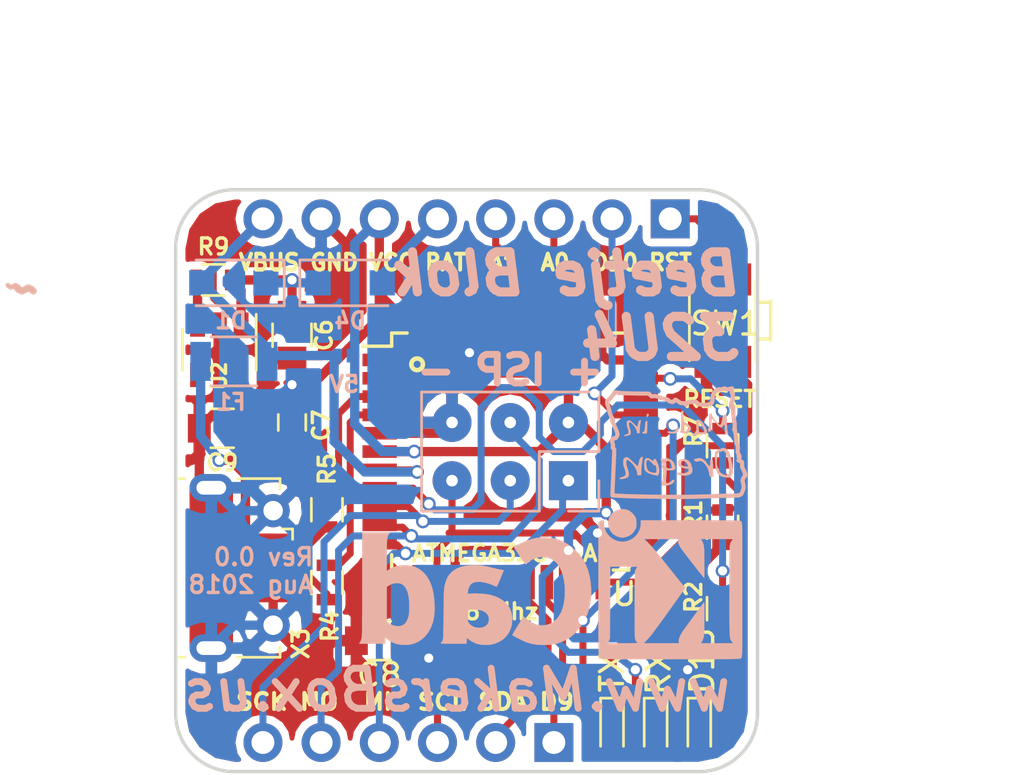
<source format=kicad_pcb>
(kicad_pcb (version 4) (host pcbnew 4.0.7)
  (title_block (title "Beetje 32U4 Blok") (date 2018-08-10) (rev 0.0) (company www.MakersBox.us) (comment 1 648.ken@gmail.com))
  (layers (0 F.Cu signal hide) (31 B.Cu signal hide) (34 B.Paste user) (35 F.Paste user) (36 B.SilkS user) (37 F.SilkS user hide) (38 B.Mask user) (39 F.Mask user) (44 Edge.Cuts user))
  (net 0 "")
  (net 1 GND)
  (net 2 /AREF)
  (net 3 VBUS)
  (net 4 +BATT)
  (net 5 /D4)
  (net 6 /D6)
  (net 7 /D8)
  (net 8 /D13)
  (net 9 /D12)
  (net 10 /D11)
  (net 11 /D10)
  (net 12 /D9)
  (net 13 /D7)
  (net 14 /SCL)
  (net 15 /SDA)
  (net 16 /D1)
  (net 17 /D0)
  (net 18 /A0)
  (net 19 /A1)
  (net 20 /A2)
  (net 21 /A3)
  (net 22 /A4)
  (net 23 /A5)
  (net 24 /SCK)
  (net 25 /MOSI)
  (net 26 /MISO)
  (net 27 "Net-(R4-Pad2)")
  (net 28 "Net-(R5-Pad2)")
  (net 29 "Net-(R9-Pad1)")
  (net 30 "Net-(U1-Pad2)")
  (net 31 "Net-(U1-Pad16)")
  (net 32 "Net-(U1-Pad17)")
  (net 33 /D5)
  (net 34 "Net-(U2-Pad4)")
  (net 35 "Net-(X3-Pad4)")
  (net 36 /RXLED)
  (net 37 /TXLED)
  (net 38 /VHI)
  (net 39 /~RESET)
  (net 40 /D+)
  (net 41 /D-)
  (net 42 VCC)
  (net 43 "Net-(D13-Pad2)")
  (net 44 "Net-(F1-Pad2)")
  (net 45 "Net-(D3-Pad1)")
  (net 46 "Net-(D5-Pad1)")
  (module footprints:LED_0603 (layer F.Cu) (at 161.29 109.855 270)
    (fp_text reference D3 hide)
    (fp_text value TX (at -2.413 0 270) (layer F.SilkS))
    (pad 2 smd rect (at 0.8 0 90) (size 0.8 0.8) (layers F.Cu F.Paste F.Mask) (net 42 VCC))
    (pad 1 smd rect (at -0.8 0 90) (size 0.8 0.8) (layers F.Cu F.Paste F.Mask) (net 45 "Net-(D3-Pad1)"))
  )
  (module footprints:Resonator_SMD_CTSC_1.3mmx3.2mm (layer F.Cu) (at 156.464 106.172 180)
    (fp_text reference Y1 hide)
    (fp_text value "8 Mhz" (at 0 1.397 180) (layer F.SilkS) (effects (font (size 0.7 0.7))))
    (pad 1 smd rect (at -1.2 0 180) (size 0.4 1.8) (layers F.Cu F.Paste F.Mask) (net 32 "Net-(U1-Pad17)"))
    (pad 2 smd rect (at 0 0 180) (size 0.4 1.8) (layers F.Cu F.Paste F.Mask) (net 1 GND))
    (pad 3 smd rect (at 1.2 0 180) (size 0.4 1.8) (layers F.Cu F.Paste F.Mask) (net 31 "Net-(U1-Pad16)"))
  )
  (module footprints:EVQ-P7A (layer F.Cu) (at 166.116 92.075 90)
    (fp_text reference SW1 (at -0.127 0.127 180) (layer F.SilkS))
    (fp_text value RESET (at -3.429 -0.127 180) (layer F.SilkS) (effects (font (size 0.7 0.7))))
    (pad 2 smd rect (at 1.8 0.725 90) (size 1.4 1.05) (layers F.Cu F.Paste F.Mask) (net 39 /~RESET))
    (pad 2 smd rect (at -1.8 0.725 90) (size 1.4 1.05) (layers F.Cu F.Paste F.Mask) (net 39 /~RESET))
    (pad 1 smd rect (at 1.8 -0.7 90) (size 1.4 1.05) (layers F.Cu F.Paste F.Mask) (net 1 GND))
    (pad 1 smd rect (at -1.8 -0.7 90) (size 1.4 1.05) (layers F.Cu F.Paste F.Mask) (net 1 GND))
  )
  (module footprints:Jumper (layer B.Cu) (at 149.606 93.599 180)
    (fp_text reference JMP1 hide)
    (fp_text value 5V (at 0 -1.25 180) (layer B.SilkS) (effects (font (size 0.7 0.7)) (justify mirror)))
    (pad 1 smd rect (at -0.3 0 180) (size 0.4 0.6) (layers B.Cu B.Paste B.Mask) (net 42 VCC))
    (pad 2 smd rect (at 0.3 0 180) (size 0.4 0.6) (layers B.Cu B.Paste B.Mask) (net 3 VBUS))
  )
  (module myFootPrints:MadeInOregonRev25 (layer F.Cu) (at 164.084 97.409)
    (fp_text reference VAL hide)
    (fp_text value MadeInOregonRev25 hide)
  )
  (module footprints:KiCad-Logo2_8mm_SilkScreen (layer B.Cu) (at 158.623 104.267 180)
    (fp_text reference REF*** hide)
    (fp_text value KiCad-Logo2_8mm_SilkScreen hide)
  )
  (module footprints:C_0805 (layer F.Cu) (at 147.32 92.71 270)
    (fp_text reference C6 (at 0 -1.397 270) (layer F.SilkS) (effects (font (size 0.7 0.7))))
    (fp_text value 10uF)
    (pad 1 smd rect (at -1 0 270) (size 1 1.25) (layers F.Cu F.Paste F.Mask) (net 38 /VHI))
    (pad 2 smd rect (at 1 0 270) (size 1 1.25) (layers F.Cu F.Paste F.Mask) (net 1 GND))
  )
  (module footprints:C_0603 (layer F.Cu) (at 147.32 96.52 90)
    (fp_text reference C7 (at -0.127 1.27 270) (layer F.SilkS) (effects (font (size 0.7 0.7))))
    (fp_text value 1uF)
    (pad 2 smd rect (at 0.75 0 90) (size 0.8 0.75) (layers F.Cu F.Paste F.Mask) (net 1 GND))
    (pad 1 smd rect (at -0.75 0 90) (size 0.8 0.75) (layers F.Cu F.Paste F.Mask) (net 42 VCC))
  )
  (module footprints:C_0805 (layer F.Cu) (at 151.13 106.045 180)
    (fp_text reference C8 (at 0 -1.5 180) (layer F.SilkS))
    (fp_text value 10uF)
    (pad 1 smd rect (at -1 0 180) (size 1 1.25) (layers F.Cu F.Paste F.Mask) (net 42 VCC))
    (pad 2 smd rect (at 1 0 180) (size 1 1.25) (layers F.Cu F.Paste F.Mask) (net 1 GND))
  )
  (module footprints:C_0805 (layer F.Cu) (at 144.272 96.774 180)
    (fp_text reference C9 (at 0 -1.5 180) (layer F.SilkS) (effects (font (size 0.7 0.7))))
    (fp_text value 10uF)
    (pad 1 smd rect (at -1 0 180) (size 1 1.25) (layers F.Cu F.Paste F.Mask) (net 42 VCC))
    (pad 2 smd rect (at 1 0 180) (size 1 1.25) (layers F.Cu F.Paste F.Mask) (net 1 GND))
  )
  (module footprints:Pin_Header_Straight_2x03_Pitch2.54mm (layer B.Cu) (at 159.385 99.06 90)
    (fp_text reference CON1 hide)
    (fp_text value AVR-ISP-6)
    (pad 1 thru_hole rect (at 0 0 90) (size 1.7 1.7) (drill 0.508) (layers *.Cu *.Mask) (net 26 /MISO))
    (pad 2 thru_hole oval (at 2.54 0 90) (size 1.7 1.7) (drill 0.508) (layers *.Cu *.Mask) (net 42 VCC))
    (pad 3 thru_hole oval (at 0 -2.54 90) (size 1.7 1.7) (drill 0.508) (layers *.Cu *.Mask) (net 24 /SCK))
    (pad 4 thru_hole oval (at 2.54 -2.54 90) (size 1.7 1.7) (drill 0.508) (layers *.Cu *.Mask) (net 25 /MOSI))
    (pad 5 thru_hole oval (at 0 -5.08 90) (size 1.7 1.7) (drill 0.508) (layers *.Cu *.Mask) (net 39 /~RESET))
    (pad 6 thru_hole oval (at 2.54 -5.08 90) (size 1.7 1.7) (drill 0.508) (layers *.Cu *.Mask) (net 1 GND))
  )
  (module footprints:D_SOD-123F (layer B.Cu) (at 144.78 90.424 180)
    (fp_text reference D1 (at 0.127 -1.651 180) (layer B.SilkS) (effects (font (size 0.7 0.7)) (justify mirror)))
    (fp_text value MBR120)
    (pad 1 smd rect (at -1.4 0 180) (size 1.1 1.1) (layers B.Cu B.Paste B.Mask) (net 38 /VHI))
    (pad 2 smd rect (at 1.4 0 180) (size 1.1 1.1) (layers B.Cu B.Paste B.Mask) (net 3 VBUS))
  )
  (module footprints:D_SOD-123F (layer B.Cu) (at 149.86 90.424)
    (fp_text reference D4 (at 0 1.651) (layer B.SilkS) (effects (font (size 0.7 0.7)) (justify mirror)))
    (fp_text value MBR120)
    (pad 1 smd rect (at -1.4 0) (size 1.1 1.1) (layers B.Cu B.Paste B.Mask) (net 38 /VHI))
    (pad 2 smd rect (at 1.4 0) (size 1.1 1.1) (layers B.Cu B.Paste B.Mask) (net 4 +BATT))
  )
  (module footprints:LED_0603 (layer F.Cu) (at 163.195 109.855 270)
    (fp_text reference D5 hide)
    (fp_text value RX (at -2.413 -0.127 270) (layer F.SilkS))
    (pad 2 smd rect (at 0.8 0 90) (size 0.8 0.8) (layers F.Cu F.Paste F.Mask) (net 42 VCC))
    (pad 1 smd rect (at -0.8 0 90) (size 0.8 0.8) (layers F.Cu F.Paste F.Mask) (net 46 "Net-(D5-Pad1)"))
  )
  (module footprints:LED_0603 (layer F.Cu) (at 165.1 109.855 270)
    (fp_text reference D13 (at -2.921 -0.127 270) (layer F.SilkS))
    (fp_text value D13)
    (pad 2 smd rect (at 0.8 0 90) (size 0.8 0.8) (layers F.Cu F.Paste F.Mask) (net 43 "Net-(D13-Pad2)"))
    (pad 1 smd rect (at -0.8 0 90) (size 0.8 0.8) (layers F.Cu F.Paste F.Mask) (net 1 GND))
  )
  (module footprints:R_1206 (layer B.Cu) (at 144.78 93.853 180)
    (fp_text reference F1 (at 0.127 -1.778 180) (layer B.SilkS) (effects (font (size 0.7 0.7)) (justify mirror)))
    (fp_text value Polyfuse)
    (pad 1 smd rect (at -1.45 0 180) (size 0.9 1.7) (layers B.Cu B.Paste B.Mask) (net 3 VBUS))
    (pad 2 smd rect (at 1.45 0 180) (size 0.9 1.7) (layers B.Cu B.Paste B.Mask) (net 44 "Net-(F1-Pad2)"))
  )
  (module footprints:Pin_Header_Straight_1x06_Pitch2.54mm (layer F.Cu) (at 158.75 110.49 270)
    (fp_text reference J2 hide)
    (fp_text value Conn_01x06)
    (pad 1 thru_hole rect (at 0 0 270) (size 1.7 1.7) (drill 1) (layers *.Cu *.Mask) (net 12 /D9))
    (pad 2 thru_hole oval (at 0 2.54 270) (size 1.7 1.7) (drill 1) (layers *.Cu *.Mask) (net 15 /SDA))
    (pad 3 thru_hole oval (at 0 5.08 270) (size 1.7 1.7) (drill 1) (layers *.Cu *.Mask) (net 14 /SCL))
    (pad 4 thru_hole oval (at 0 7.62 270) (size 1.7 1.7) (drill 1) (layers *.Cu *.Mask) (net 26 /MISO))
    (pad 5 thru_hole oval (at 0 10.16 270) (size 1.7 1.7) (drill 1) (layers *.Cu *.Mask) (net 25 /MOSI))
    (pad 6 thru_hole oval (at 0 12.7 270) (size 1.7 1.7) (drill 1) (layers *.Cu *.Mask) (net 24 /SCK))
  )
  (module footprints:Pin_Header_Straight_1x08_Pitch2.54mm (layer F.Cu) (at 163.83 87.63 270)
    (fp_text reference J4 hide)
    (fp_text value Conn_01x08)
    (pad 1 thru_hole rect (at 0 0 270) (size 1.7 1.7) (drill 1) (layers *.Cu *.Mask) (net 39 /~RESET))
    (pad 2 thru_hole oval (at 0 2.54 270) (size 1.7 1.7) (drill 1) (layers *.Cu *.Mask) (net 11 /D10))
    (pad 3 thru_hole oval (at 0 5.08 270) (size 1.7 1.7) (drill 1) (layers *.Cu *.Mask) (net 18 /A0))
    (pad 4 thru_hole oval (at 0 7.62 270) (size 1.7 1.7) (drill 1) (layers *.Cu *.Mask) (net 19 /A1))
    (pad 5 thru_hole oval (at 0 10.16 270) (size 1.7 1.7) (drill 1) (layers *.Cu *.Mask) (net 4 +BATT))
    (pad 6 thru_hole oval (at 0 12.7 270) (size 1.7 1.7) (drill 1) (layers *.Cu *.Mask) (net 42 VCC))
    (pad 7 thru_hole oval (at 0 15.24 270) (size 1.7 1.7) (drill 1) (layers *.Cu *.Mask) (net 1 GND))
    (pad 8 thru_hole oval (at 0 17.78 270) (size 1.7 1.7) (drill 1) (layers *.Cu *.Mask) (net 3 VBUS))
  )
  (module footprints:R_0603 (layer F.Cu) (at 166.116 101.092 270)
    (fp_text reference R1 (at -0.508 1.27 270) (layer F.SilkS) (effects (font (size 0.7 0.7))))
    (fp_text value 180)
    (pad 1 smd rect (at -0.75 0 270) (size 0.5 0.9) (layers F.Cu F.Paste F.Mask) (net 37 /TXLED))
    (pad 2 smd rect (at 0.75 0 270) (size 0.5 0.9) (layers F.Cu F.Paste F.Mask) (net 45 "Net-(D3-Pad1)"))
  )
  (module footprints:R_0603 (layer F.Cu) (at 166.116 104.648 270)
    (fp_text reference R2 (at -0.508 1.27 270) (layer F.SilkS) (effects (font (size 0.7 0.7))))
    (fp_text value 180)
    (pad 1 smd rect (at -0.75 0 270) (size 0.5 0.9) (layers F.Cu F.Paste F.Mask) (net 36 /RXLED))
    (pad 2 smd rect (at 0.75 0 270) (size 0.5 0.9) (layers F.Cu F.Paste F.Mask) (net 46 "Net-(D5-Pad1)"))
  )
  (module footprints:R_0603 (layer F.Cu) (at 148.844 103.505 270)
    (fp_text reference R4 (at 1.905 -0.127 270) (layer F.SilkS) (effects (font (size 0.7 0.7))))
    (fp_text value 22)
    (pad 1 smd rect (at -0.75 0 270) (size 0.5 0.9) (layers F.Cu F.Paste F.Mask) (net 40 /D+))
    (pad 2 smd rect (at 0.75 0 270) (size 0.5 0.9) (layers F.Cu F.Paste F.Mask) (net 27 "Net-(R4-Pad2)"))
  )
  (module footprints:R_0603 (layer F.Cu) (at 148.844 100.33 270)
    (fp_text reference R5 (at -1.778 0 270) (layer F.SilkS) (effects (font (size 0.7 0.7))))
    (fp_text value 22)
    (pad 1 smd rect (at -0.75 0 270) (size 0.5 0.9) (layers F.Cu F.Paste F.Mask) (net 41 /D-))
    (pad 2 smd rect (at 0.75 0 270) (size 0.5 0.9) (layers F.Cu F.Paste F.Mask) (net 28 "Net-(R5-Pad2)"))
  )
  (module footprints:R_0603 (layer F.Cu) (at 166.116 97.536 90)
    (fp_text reference R7 (at 0.635 -1.27 90) (layer F.SilkS) (effects (font (size 0.7 0.7))))
    (fp_text value 180)
    (pad 1 smd rect (at -0.75 0 90) (size 0.5 0.9) (layers F.Cu F.Paste F.Mask) (net 43 "Net-(D13-Pad2)"))
    (pad 2 smd rect (at 0.75 0 90) (size 0.5 0.9) (layers F.Cu F.Paste F.Mask) (net 8 /D13))
  )
  (module footprints:R_0603 (layer F.Cu) (at 143.891 90.297)
    (fp_text reference R9 (at 0 -1.45) (layer F.SilkS) (effects (font (size 0.7 0.7))))
    (fp_text value 100K)
    (pad 1 smd rect (at -0.75 0) (size 0.5 0.9) (layers F.Cu F.Paste F.Mask) (net 29 "Net-(R9-Pad1)"))
    (pad 2 smd rect (at 0.75 0) (size 0.5 0.9) (layers F.Cu F.Paste F.Mask) (net 38 /VHI))
  )
  (module footprints:TQFP-44_10x10mm_Pitch0.8mm (layer F.Cu) (at 156.845 97.79)
    (fp_text reference U1 (at 5.461 6.223) (layer F.SilkS))
    (fp_text value ATMEGA32U4-AU (at 0.127 4.445) (layer F.SilkS) (effects (font (size 0.7 0.7))))
    (pad 1 smd rect (at -5.7 -4) (size 1.5 0.55) (layers F.Cu F.Paste F.Mask) (net 13 /D7))
    (pad 2 smd rect (at -5.7 -3.2) (size 1.5 0.55) (layers F.Cu F.Paste F.Mask) (net 30 "Net-(U1-Pad2)"))
    (pad 3 smd rect (at -5.7 -2.4) (size 1.5 0.55) (layers F.Cu F.Paste F.Mask) (net 41 /D-))
    (pad 4 smd rect (at -5.7 -1.6) (size 1.5 0.55) (layers F.Cu F.Paste F.Mask) (net 40 /D+))
    (pad 5 smd rect (at -5.7 -0.8) (size 1.5 0.55) (layers F.Cu F.Paste F.Mask) (net 1 GND))
    (pad 6 smd rect (at -5.7 0) (size 1.5 0.55) (layers F.Cu F.Paste F.Mask) (net 42 VCC))
    (pad 7 smd rect (at -5.7 0.8) (size 1.5 0.55) (layers F.Cu F.Paste F.Mask) (net 3 VBUS))
    (pad 8 smd rect (at -5.7 1.6) (size 1.5 0.55) (layers F.Cu F.Paste F.Mask) (net 36 /RXLED))
    (pad 9 smd rect (at -5.7 2.4) (size 1.5 0.55) (layers F.Cu F.Paste F.Mask) (net 24 /SCK))
    (pad 10 smd rect (at -5.7 3.2) (size 1.5 0.55) (layers F.Cu F.Paste F.Mask) (net 25 /MOSI))
    (pad 11 smd rect (at -5.7 4) (size 1.5 0.55) (layers F.Cu F.Paste F.Mask) (net 26 /MISO))
    (pad 12 smd rect (at -4 5.7 90) (size 1.5 0.55) (layers F.Cu F.Paste F.Mask) (net 10 /D11))
    (pad 13 smd rect (at -3.2 5.7 90) (size 1.5 0.55) (layers F.Cu F.Paste F.Mask) (net 39 /~RESET))
    (pad 14 smd rect (at -2.4 5.7 90) (size 1.5 0.55) (layers F.Cu F.Paste F.Mask) (net 42 VCC))
    (pad 15 smd rect (at -1.6 5.7 90) (size 1.5 0.55) (layers F.Cu F.Paste F.Mask) (net 1 GND))
    (pad 16 smd rect (at -0.8 5.7 90) (size 1.5 0.55) (layers F.Cu F.Paste F.Mask) (net 31 "Net-(U1-Pad16)"))
    (pad 17 smd rect (at 0 5.7 90) (size 1.5 0.55) (layers F.Cu F.Paste F.Mask) (net 32 "Net-(U1-Pad17)"))
    (pad 18 smd rect (at 0.8 5.7 90) (size 1.5 0.55) (layers F.Cu F.Paste F.Mask) (net 14 /SCL))
    (pad 19 smd rect (at 1.6 5.7 90) (size 1.5 0.55) (layers F.Cu F.Paste F.Mask) (net 15 /SDA))
    (pad 20 smd rect (at 2.4 5.7 90) (size 1.5 0.55) (layers F.Cu F.Paste F.Mask) (net 17 /D0))
    (pad 21 smd rect (at 3.2 5.7 90) (size 1.5 0.55) (layers F.Cu F.Paste F.Mask) (net 16 /D1))
    (pad 22 smd rect (at 4 5.7 90) (size 1.5 0.55) (layers F.Cu F.Paste F.Mask) (net 37 /TXLED))
    (pad 23 smd rect (at 5.7 4) (size 1.5 0.55) (layers F.Cu F.Paste F.Mask) (net 1 GND))
    (pad 24 smd rect (at 5.7 3.2) (size 1.5 0.55) (layers F.Cu F.Paste F.Mask) (net 42 VCC))
    (pad 25 smd rect (at 5.7 2.4) (size 1.5 0.55) (layers F.Cu F.Paste F.Mask) (net 5 /D4))
    (pad 26 smd rect (at 5.7 1.6) (size 1.5 0.55) (layers F.Cu F.Paste F.Mask) (net 9 /D12))
    (pad 27 smd rect (at 5.7 0.8) (size 1.5 0.55) (layers F.Cu F.Paste F.Mask) (net 6 /D6))
    (pad 28 smd rect (at 5.7 0) (size 1.5 0.55) (layers F.Cu F.Paste F.Mask) (net 7 /D8))
    (pad 29 smd rect (at 5.7 -0.8) (size 1.5 0.55) (layers F.Cu F.Paste F.Mask) (net 12 /D9))
    (pad 30 smd rect (at 5.7 -1.6) (size 1.5 0.55) (layers F.Cu F.Paste F.Mask) (net 11 /D10))
    (pad 31 smd rect (at 5.7 -2.4) (size 1.5 0.55) (layers F.Cu F.Paste F.Mask) (net 33 /D5))
    (pad 32 smd rect (at 5.7 -3.2) (size 1.5 0.55) (layers F.Cu F.Paste F.Mask) (net 8 /D13))
    (pad 33 smd rect (at 5.7 -4) (size 1.5 0.55) (layers F.Cu F.Paste F.Mask) (net 42 VCC))
    (pad 34 smd rect (at 4 -5.7 90) (size 1.5 0.55) (layers F.Cu F.Paste F.Mask) (net 42 VCC))
    (pad 35 smd rect (at 3.2 -5.7 90) (size 1.5 0.55) (layers F.Cu F.Paste F.Mask) (net 1 GND))
    (pad 36 smd rect (at 2.4 -5.7 90) (size 1.5 0.55) (layers F.Cu F.Paste F.Mask) (net 18 /A0))
    (pad 37 smd rect (at 1.6 -5.7 90) (size 1.5 0.55) (layers F.Cu F.Paste F.Mask) (net 19 /A1))
    (pad 38 smd rect (at 0.8 -5.7 90) (size 1.5 0.55) (layers F.Cu F.Paste F.Mask) (net 20 /A2))
    (pad 39 smd rect (at 0 -5.7 90) (size 1.5 0.55) (layers F.Cu F.Paste F.Mask) (net 21 /A3))
    (pad 40 smd rect (at -0.8 -5.7 90) (size 1.5 0.55) (layers F.Cu F.Paste F.Mask) (net 22 /A4))
    (pad 41 smd rect (at -1.6 -5.7 90) (size 1.5 0.55) (layers F.Cu F.Paste F.Mask) (net 23 /A5))
    (pad 42 smd rect (at -2.4 -5.7 90) (size 1.5 0.55) (layers F.Cu F.Paste F.Mask) (net 2 /AREF))
    (pad 43 smd rect (at -3.2 -5.7 90) (size 1.5 0.55) (layers F.Cu F.Paste F.Mask) (net 1 GND))
    (pad 44 smd rect (at -4 -5.7 90) (size 1.5 0.55) (layers F.Cu F.Paste F.Mask) (net 42 VCC))
  )
  (module footprints:SOT-23-5 (layer F.Cu) (at 144.145 93.345 270)
    (fp_text reference U2 (at 1.143 0 270) (layer F.SilkS) (effects (font (size 0.6 0.6))))
    (fp_text value MIC5225-3.3)
    (pad 1 smd rect (at -1.1 -0.95 270) (size 1.06 0.65) (layers F.Cu F.Paste F.Mask) (net 38 /VHI))
    (pad 2 smd rect (at -1.1 0 270) (size 1.06 0.65) (layers F.Cu F.Paste F.Mask) (net 1 GND))
    (pad 3 smd rect (at -1.1 0.95 270) (size 1.06 0.65) (layers F.Cu F.Paste F.Mask) (net 29 "Net-(R9-Pad1)"))
    (pad 4 smd rect (at 1.1 0.95 270) (size 1.06 0.65) (layers F.Cu F.Paste F.Mask) (net 34 "Net-(U2-Pad4)"))
    (pad 5 smd rect (at 1.1 -0.95 270) (size 1.06 0.65) (layers F.Cu F.Paste F.Mask) (net 42 VCC))
  )
  (module footprints:USB_Micro-B_Molex-105017-0001 (layer F.Cu) (at 144.145 102.87 270)
    (fp_text reference X3 (at 3.302 -3.556 270) (layer F.SilkS) (effects (font (size 0.7 0.7))))
    (fp_text value USB_OTG)
    (pad 6 smd rect (at 1 0.35 270) (size 1.5 1.9) (layers F.Cu F.Paste F.Mask) (net 1 GND))
    (pad 6 thru_hole circle (at -2.5 -2.35 270) (size 1.45 1.45) (drill 0.85) (layers *.Cu *.Mask) (net 1 GND))
    (pad 2 smd rect (at -0.65 -2.35 270) (size 0.4 1.35) (layers F.Cu F.Paste F.Mask) (net 28 "Net-(R5-Pad2)"))
    (pad 1 smd rect (at -1.3 -2.35 270) (size 0.4 1.35) (layers F.Cu F.Paste F.Mask) (net 44 "Net-(F1-Pad2)"))
    (pad 5 smd rect (at 1.3 -2.35 270) (size 0.4 1.35) (layers F.Cu F.Paste F.Mask) (net 1 GND))
    (pad 4 smd rect (at 0.65 -2.35 270) (size 0.4 1.35) (layers F.Cu F.Paste F.Mask) (net 35 "Net-(X3-Pad4)"))
    (pad 3 smd rect (at 0 -2.35 270) (size 0.4 1.35) (layers F.Cu F.Paste F.Mask) (net 27 "Net-(R4-Pad2)"))
    (pad 6 thru_hole circle (at 2.5 -2.35 270) (size 1.45 1.45) (drill 0.85) (layers *.Cu *.Mask) (net 1 GND))
    (pad 6 smd rect (at -1 0.35 270) (size 1.5 1.9) (layers F.Cu F.Paste F.Mask) (net 1 GND))
    (pad 6 thru_hole oval (at -3.5 0.35 90) (size 1.2 1.9) (drill oval 0.6 1.3) (layers *.Cu *.Mask) (net 1 GND))
    (pad 6 thru_hole oval (at 3.5 0.35 270) (size 1.2 1.9) (drill oval 0.6 1.3) (layers *.Cu *.Mask) (net 1 GND))
    (pad 6 smd rect (at 2.9 0.35 270) (size 1.2 1.9) (layers F.Cu F.Mask) (net 1 GND))
    (pad 6 smd rect (at -2.9 0.35 270) (size 1.2 1.9) (layers F.Cu F.Mask) (net 1 GND))
  )
  (gr_text "Rev 0.0\nAug 2018" (at 148.336 102.997) (layer B.SilkS) (effects (font (size 0.75 0.75)) (justify left mirror)))
  (gr_text "VBUS GND VCC BAT  A1  A0  D10 RST" (at 144.907 89.535) (layer F.SilkS) (effects (font (size 0.7 0.675) (thickness 0.16875)) (justify left)))
  (gr_line (start 142.24 109.22) (end 142.24 88.9) (angle 90) (layer Edge.Cuts) (width 0.15))
  (gr_line (start 165.1 111.76) (end 144.78 111.76) (angle 90) (layer Edge.Cuts) (width 0.15))
  (gr_line (start 167.64 88.9) (end 167.64 109.22) (angle 90) (layer Edge.Cuts) (width 0.15))
  (gr_line (start 144.78 86.36) (end 165.1 86.36) (angle 90) (layer Edge.Cuts) (width 0.15))
  (gr_arc (start 144.78 88.9) (end 142.24 88.9) (angle 90) (layer Edge.Cuts) (width 0.15))
  (gr_arc (start 144.78 109.22) (end 144.78 111.76) (angle 90) (layer Edge.Cuts) (width 0.15))
  (gr_arc (start 165.1 109.22) (end 167.64 109.22) (angle 90) (layer Edge.Cuts) (width 0.15))
  (gr_arc (start 165.1 88.9) (end 165.1 86.36) (angle 90) (layer Edge.Cuts) (width 0.15))
  (gr_text "+ ISP -" (at 156.845 94.234) (layer B.SilkS) (effects (font (size 1.25 1.25) (thickness 0.3)) (justify mirror)))
  (gr_circle (center 152.781 93.98) (end 152.781 93.726) (layer F.SilkS) (width 0.2))
  (gr_text www.MakersBox.us (at 166.751 108.204) (layer B.SilkS) (effects (font (size 1.75 1.75) (thickness 0.3) italic) (justify left mirror)))
  (gr_text "Beetje Blok\n32U4" (at 167.132 91.44) (layer B.SilkS) (effects (font (size 1.75 1.75) (thickness 0.4) italic) (justify left mirror)))
  (gr_text ~ (at 135.636 90.678) (layer B.SilkS) (effects (font (size 1.5 1.5) (thickness 0.3)) (justify mirror)))
  (gr_text ~ (at 135.128 90.551) (layer B.SilkS) (effects (font (size 1 1) (thickness 0.2)) (justify mirror)))
  (gr_text "SCK MO  MI  SCL SDA D9" (at 144.78 108.712) (layer F.SilkS) (effects (font (size 0.7 0.75) (thickness 0.175)) (justify left)))
  (segment (start 162.545 101.79) (end 161.099 101.79) (width 0.4064) (layer F.Cu) (net 1))
  (segment (start 163.195 105.918) (end 164.592 107.315) (width 0.4064) (layer B.Cu) (net 1))
  (segment (start 159.639 105.918) (end 163.195 105.918) (width 0.4064) (layer B.Cu) (net 1))
  (segment (start 159.131 105.41) (end 159.639 105.918) (width 0.4064) (layer B.Cu) (net 1))
  (segment (start 159.131 104.14) (end 159.131 105.41) (width 0.4064) (layer B.Cu) (net 1))
  (segment (start 160.528 102.743) (end 159.131 104.14) (width 0.4064) (layer B.Cu) (net 1))
  (segment (start 160.528 101.219) (end 160.528 102.743) (width 0.4064) (layer B.Cu) (net 1))
  (segment (start 160.655 101.346) (end 160.528 101.219) (width 0.4064) (layer B.Cu) (net 1))
  (via (at 160.655 101.346) (size 0.6) (drill 0.4) (layers F.Cu B.Cu) (net 1))
  (segment (start 161.099 101.79) (end 160.655 101.346) (width 0.4064) (layer F.Cu) (net 1))
  (segment (start 165.1 109.055) (end 165.1 107.823) (width 0.3048) (layer F.Cu) (net 1))
  (segment (start 165.1 107.823) (end 164.592 107.315) (width 0.3048) (layer F.Cu) (net 1))
  (via (at 164.592 107.315) (size 0.6) (drill 0.4) (layers F.Cu B.Cu) (net 1))
  (segment (start 153.289 106.807) (end 154.432 106.807) (width 0.3048) (layer F.Cu) (net 1))
  (segment (start 164.592 107.315) (end 163.195 108.712) (width 0.3048) (layer B.Cu) (net 1))
  (segment (start 163.195 108.712) (end 155.194 108.712) (width 0.3048) (layer B.Cu) (net 1))
  (segment (start 155.194 108.712) (end 153.289 106.807) (width 0.3048) (layer B.Cu) (net 1))
  (via (at 153.289 106.807) (size 0.6) (drill 0.4) (layers F.Cu B.Cu) (net 1))
  (segment (start 147.32 94.869) (end 147.32 99.545) (width 0.4064) (layer B.Cu) (net 1))
  (via (at 147.32 94.869) (size 0.6) (drill 0.4) (layers F.Cu B.Cu) (net 1))
  (segment (start 147.32 99.545) (end 146.495 100.37) (width 0.4064) (layer B.Cu) (net 1))
  (segment (start 147.32 93.71) (end 146.669 93.71) (width 0.4064) (layer F.Cu) (net 1))
  (segment (start 146.304 93.345) (end 144.145 93.345) (width 0.4064) (layer F.Cu) (net 1))
  (segment (start 146.669 93.71) (end 146.304 93.345) (width 0.4064) (layer F.Cu) (net 1))
  (segment (start 160.045 92.09) (end 160.045 90.526) (width 0.4064) (layer F.Cu) (net 1))
  (segment (start 160.296 90.275) (end 165.416 90.275) (width 0.4064) (layer F.Cu) (net 1))
  (segment (start 160.045 90.526) (end 160.296 90.275) (width 0.4064) (layer F.Cu) (net 1))
  (segment (start 162.545 101.79) (end 163.386 101.79) (width 0.3048) (layer F.Cu) (net 1))
  (segment (start 165.416 95.442) (end 165.416 93.875) (width 0.3048) (layer F.Cu) (net 1))
  (segment (start 164.973 95.885) (end 165.416 95.442) (width 0.3048) (layer F.Cu) (net 1))
  (segment (start 164.973 96.774) (end 164.973 95.885) (width 0.3048) (layer F.Cu) (net 1))
  (segment (start 163.957 97.79) (end 164.973 96.774) (width 0.3048) (layer F.Cu) (net 1))
  (segment (start 163.957 101.219) (end 163.957 97.79) (width 0.3048) (layer F.Cu) (net 1))
  (segment (start 163.386 101.79) (end 163.957 101.219) (width 0.3048) (layer F.Cu) (net 1))
  (segment (start 165.416 90.275) (end 165.416 93.875) (width 0.3048) (layer F.Cu) (net 1))
  (segment (start 155.067 93.472) (end 159.766 93.472) (width 0.4064) (layer F.Cu) (net 1))
  (segment (start 160.045 93.193) (end 160.045 92.09) (width 0.4064) (layer F.Cu) (net 1))
  (segment (start 159.766 93.472) (end 160.045 93.193) (width 0.4064) (layer F.Cu) (net 1))
  (segment (start 154.305 96.52) (end 154.305 94.234) (width 0.4064) (layer B.Cu) (net 1))
  (segment (start 153.67 93.091) (end 153.67 92.115) (width 0.4064) (layer F.Cu) (net 1))
  (segment (start 154.051 93.472) (end 153.67 93.091) (width 0.4064) (layer F.Cu) (net 1))
  (segment (start 155.067 93.472) (end 154.051 93.472) (width 0.4064) (layer F.Cu) (net 1))
  (via (at 155.067 93.472) (size 0.6) (drill 0.4) (layers F.Cu B.Cu) (net 1))
  (segment (start 154.305 94.234) (end 155.067 93.472) (width 0.4064) (layer B.Cu) (net 1))
  (segment (start 153.67 92.115) (end 153.645 92.09) (width 0.4064) (layer F.Cu) (net 1))
  (segment (start 150.13 106.045) (end 150.13 106.696) (width 0.3048) (layer F.Cu) (net 1))
  (segment (start 153.924 107.696) (end 154.432 107.188) (width 0.3048) (layer F.Cu) (net 1))
  (segment (start 151.13 107.696) (end 153.924 107.696) (width 0.3048) (layer F.Cu) (net 1))
  (segment (start 150.13 106.696) (end 151.13 107.696) (width 0.3048) (layer F.Cu) (net 1))
  (segment (start 150.13 106.045) (end 147.17 106.045) (width 0.4064) (layer F.Cu) (net 1))
  (segment (start 147.17 106.045) (end 146.495 105.37) (width 0.4064) (layer F.Cu) (net 1))
  (segment (start 156.464 106.172) (end 156.464 107.188) (width 0.3048) (layer F.Cu) (net 1))
  (segment (start 156.464 107.188) (end 156.083 107.569) (width 0.3048) (layer F.Cu) (net 1))
  (segment (start 156.083 107.569) (end 154.813 107.569) (width 0.3048) (layer F.Cu) (net 1))
  (segment (start 154.813 107.569) (end 154.432 107.188) (width 0.3048) (layer F.Cu) (net 1))
  (segment (start 155.245 104.47) (end 155.245 103.49) (width 0.3048) (layer F.Cu) (net 1))
  (segment (start 154.432 105.283) (end 155.245 104.47) (width 0.3048) (layer F.Cu) (net 1))
  (segment (start 154.432 106.172) (end 154.432 105.283) (width 0.3048) (layer F.Cu) (net 1))
  (segment (start 154.432 107.188) (end 154.432 106.807) (width 0.3048) (layer F.Cu) (net 1))
  (segment (start 154.432 106.807) (end 154.432 106.172) (width 0.3048) (layer F.Cu) (net 1))
  (segment (start 151.145 96.99) (end 153.835 96.99) (width 0.4064) (layer F.Cu) (net 1))
  (segment (start 153.835 96.99) (end 154.305 96.52) (width 0.3048) (layer F.Cu) (net 1))
  (segment (start 146.495 100.37) (end 144.795 100.37) (width 0.4064) (layer B.Cu) (net 1))
  (segment (start 144.795 100.37) (end 143.795 99.37) (width 0.4064) (layer B.Cu) (net 1))
  (segment (start 146.495 105.37) (end 144.795 105.37) (width 0.4064) (layer B.Cu) (net 1))
  (segment (start 144.795 105.37) (end 143.795 106.37) (width 0.4064) (layer B.Cu) (net 1))
  (segment (start 146.495 104.17) (end 146.495 105.37) (width 0.4064) (layer F.Cu) (net 1))
  (segment (start 143.795 99.37) (end 143.795 106.37) (width 0.4064) (layer F.Cu) (net 1))
  (segment (start 143.272 96.774) (end 143.272 98.847) (width 0.4064) (layer F.Cu) (net 1))
  (segment (start 143.272 98.847) (end 143.795 99.37) (width 0.4064) (layer F.Cu) (net 1))
  (segment (start 144.145 92.245) (end 144.145 93.345) (width 0.4064) (layer F.Cu) (net 1))
  (segment (start 144.145 93.345) (end 144.145 95.901) (width 0.4064) (layer F.Cu) (net 1))
  (segment (start 144.145 95.901) (end 143.272 96.774) (width 0.4064) (layer F.Cu) (net 1))
  (segment (start 147.32 93.71) (end 147.32 94.869) (width 0.4064) (layer F.Cu) (net 1))
  (segment (start 147.32 94.869) (end 147.32 95.77) (width 0.4064) (layer F.Cu) (net 1))
  (segment (start 149.606 92.583) (end 148.59 93.599) (width 0.4064) (layer F.Cu) (net 1))
  (segment (start 148.59 87.63) (end 149.86 88.9) (width 0.4064) (layer F.Cu) (net 1))
  (segment (start 149.86 92.329) (end 149.86 88.9) (width 0.4064) (layer F.Cu) (net 1))
  (segment (start 149.606 92.583) (end 149.86 92.329) (width 0.4064) (layer F.Cu) (net 1))
  (segment (start 148.59 93.599) (end 147.431 93.599) (width 0.4064) (layer F.Cu) (net 1))
  (segment (start 147.431 93.599) (end 147.32 93.71) (width 0.4064) (layer F.Cu) (net 1))
  (segment (start 147.32 93.71) (end 147.463 93.71) (width 0.4064) (layer F.Cu) (net 1))
  (segment (start 143.272 96.774) (end 143.272 96.758) (width 0.4064) (layer F.Cu) (net 1))
  (segment (start 152.781 98.679) (end 150.495 98.679) (width 0.4064) (layer B.Cu) (net 3))
  (segment (start 152.692 98.59) (end 152.781 98.679) (width 0.3048) (layer F.Cu) (net 3))
  (via (at 152.781 98.679) (size 0.6) (drill 0.4) (layers F.Cu B.Cu) (net 3))
  (segment (start 151.145 98.59) (end 152.692 98.59) (width 0.3048) (layer F.Cu) (net 3))
  (segment (start 149.156 97.34) (end 149.156 93.599) (width 0.4064) (layer B.Cu) (net 3))
  (segment (start 150.495 98.679) (end 149.156 97.34) (width 0.4064) (layer B.Cu) (net 3))
  (segment (start 149.156 93.599) (end 146.484 93.599) (width 0.4064) (layer B.Cu) (net 3))
  (segment (start 146.484 93.599) (end 146.23 93.853) (width 0.4064) (layer B.Cu) (net 3))
  (segment (start 146.23 93.853) (end 146.23 93.274) (width 0.4064) (layer B.Cu) (net 3))
  (segment (start 146.23 93.274) (end 143.38 90.424) (width 0.4064) (layer B.Cu) (net 3))
  (segment (start 143.38 90.424) (end 143.38 90.3) (width 0.4064) (layer B.Cu) (net 3))
  (segment (start 143.38 90.3) (end 146.05 87.63) (width 0.4064) (layer B.Cu) (net 3))
  (segment (start 143.33 90.474) (end 143.38 90.424) (width 0.4064) (layer B.Cu) (net 3))
  (segment (start 151.26 90.424) (end 151.26 90.04) (width 0.4064) (layer B.Cu) (net 4))
  (segment (start 151.26 90.04) (end 153.67 87.63) (width 0.4064) (layer B.Cu) (net 4))
  (segment (start 166.116 96.786) (end 166.116 96.012) (width 0.3048) (layer F.Cu) (net 8))
  (segment (start 163.805 94.59) (end 162.545 94.59) (width 0.3048) (layer F.Cu) (net 8))
  (segment (start 163.83 94.615) (end 163.805 94.59) (width 0.3048) (layer F.Cu) (net 8))
  (via (at 163.83 94.615) (size 0.6) (drill 0.4) (layers F.Cu B.Cu) (net 8))
  (segment (start 164.719 94.615) (end 163.83 94.615) (width 0.3048) (layer B.Cu) (net 8))
  (segment (start 166.116 96.012) (end 164.719 94.615) (width 0.3048) (layer B.Cu) (net 8))
  (via (at 166.116 96.012) (size 0.6) (drill 0.4) (layers F.Cu B.Cu) (net 8))
  (segment (start 162.545 96.19) (end 161.468 96.19) (width 0.3048) (layer F.Cu) (net 11))
  (segment (start 161.29 94.488) (end 161.29 87.63) (width 0.3048) (layer B.Cu) (net 11))
  (segment (start 160.528 95.25) (end 161.29 94.488) (width 0.3048) (layer B.Cu) (net 11))
  (via (at 160.528 95.25) (size 0.6) (drill 0.4) (layers F.Cu B.Cu) (net 11))
  (segment (start 161.468 96.19) (end 160.528 95.25) (width 0.3048) (layer F.Cu) (net 11))
  (segment (start 158.75 110.49) (end 158.75 108.585) (width 0.3048) (layer F.Cu) (net 12))
  (segment (start 163.614 96.99) (end 162.545 96.99) (width 0.3048) (layer F.Cu) (net 12))
  (segment (start 163.957 96.647) (end 163.614 96.99) (width 0.3048) (layer F.Cu) (net 12))
  (via (at 163.957 96.647) (size 0.6) (drill 0.4) (layers F.Cu B.Cu) (net 12))
  (segment (start 163.957 101.219) (end 163.957 96.647) (width 0.3048) (layer B.Cu) (net 12))
  (segment (start 160.02 105.156) (end 163.957 101.219) (width 0.3048) (layer B.Cu) (net 12))
  (via (at 160.02 105.156) (size 0.6) (drill 0.4) (layers F.Cu B.Cu) (net 12))
  (segment (start 160.02 107.315) (end 160.02 105.156) (width 0.3048) (layer F.Cu) (net 12))
  (segment (start 158.75 108.585) (end 160.02 107.315) (width 0.3048) (layer F.Cu) (net 12))
  (segment (start 157.645 103.49) (end 157.645 104.305) (width 0.3048) (layer F.Cu) (net 14))
  (segment (start 153.67 109.22) (end 153.67 110.49) (width 0.3048) (layer F.Cu) (net 14))
  (segment (start 154.813 108.077) (end 153.67 109.22) (width 0.3048) (layer F.Cu) (net 14))
  (segment (start 157.607 108.077) (end 154.813 108.077) (width 0.3048) (layer F.Cu) (net 14))
  (segment (start 158.496 107.188) (end 157.607 108.077) (width 0.3048) (layer F.Cu) (net 14))
  (segment (start 158.496 105.156) (end 158.496 107.188) (width 0.3048) (layer F.Cu) (net 14))
  (segment (start 157.645 104.305) (end 158.496 105.156) (width 0.3048) (layer F.Cu) (net 14))
  (segment (start 156.21 110.49) (end 156.21 110.236) (width 0.3048) (layer F.Cu) (net 15))
  (segment (start 156.21 110.236) (end 159.131 107.315) (width 0.3048) (layer F.Cu) (net 15))
  (segment (start 159.131 107.315) (end 159.131 105.029) (width 0.3048) (layer F.Cu) (net 15))
  (segment (start 159.131 105.029) (end 158.445 104.343) (width 0.3048) (layer F.Cu) (net 15))
  (segment (start 158.445 104.343) (end 158.445 103.49) (width 0.3048) (layer F.Cu) (net 15))
  (segment (start 159.245 92.09) (end 159.245 90.157) (width 0.3048) (layer F.Cu) (net 18))
  (segment (start 158.75 89.662) (end 158.75 87.63) (width 0.3048) (layer F.Cu) (net 18))
  (segment (start 159.245 90.157) (end 158.75 89.662) (width 0.3048) (layer F.Cu) (net 18))
  (segment (start 158.445 92.09) (end 158.445 91.008) (width 0.3048) (layer F.Cu) (net 19))
  (segment (start 156.21 88.773) (end 156.21 87.63) (width 0.3048) (layer F.Cu) (net 19))
  (segment (start 158.445 91.008) (end 156.21 88.773) (width 0.3048) (layer F.Cu) (net 19))
  (segment (start 153.035 100.838) (end 152.781 100.584) (width 0.3048) (layer B.Cu) (net 24))
  (segment (start 146.05 108.077) (end 146.05 110.49) (width 0.3048) (layer B.Cu) (net 24))
  (segment (start 148.717 105.41) (end 146.05 108.077) (width 0.3048) (layer B.Cu) (net 24))
  (segment (start 148.717 101.727) (end 148.717 105.41) (width 0.3048) (layer B.Cu) (net 24))
  (segment (start 149.86 100.584) (end 148.717 101.727) (width 0.3048) (layer B.Cu) (net 24))
  (segment (start 152.781 100.584) (end 149.86 100.584) (width 0.3048) (layer B.Cu) (net 24))
  (segment (start 156.845 99.06) (end 156.845 100.33) (width 0.3048) (layer B.Cu) (net 24))
  (segment (start 152.159 100.19) (end 151.145 100.19) (width 0.3048) (layer F.Cu) (net 24))
  (segment (start 152.387 100.19) (end 152.159 100.19) (width 0.3048) (layer F.Cu) (net 24))
  (segment (start 153.035 100.838) (end 152.387 100.19) (width 0.3048) (layer F.Cu) (net 24))
  (via (at 153.035 100.838) (size 0.6) (drill 0.4) (layers F.Cu B.Cu) (net 24))
  (segment (start 156.337 100.838) (end 153.035 100.838) (width 0.3048) (layer B.Cu) (net 24))
  (segment (start 156.845 100.33) (end 156.337 100.838) (width 0.3048) (layer B.Cu) (net 24))
  (segment (start 156.845 99.187) (end 156.845 99.06) (width 0.3048) (layer B.Cu) (net 24))
  (segment (start 152.527 101.473) (end 152.146 101.092) (width 0.3048) (layer F.Cu) (net 25))
  (segment (start 152.146 101.092) (end 151.247 101.092) (width 0.3048) (layer F.Cu) (net 25))
  (segment (start 151.247 101.092) (end 151.145 100.99) (width 0.3048) (layer F.Cu) (net 25))
  (segment (start 149.352 102.362) (end 149.352 102.108) (width 0.3048) (layer B.Cu) (net 25))
  (segment (start 148.59 110.49) (end 148.59 108.077) (width 0.3048) (layer B.Cu) (net 25))
  (segment (start 149.352 107.315) (end 149.352 102.362) (width 0.3048) (layer B.Cu) (net 25))
  (segment (start 148.59 108.077) (end 149.352 107.315) (width 0.3048) (layer B.Cu) (net 25))
  (segment (start 149.987 101.473) (end 152.527 101.473) (width 0.3048) (layer B.Cu) (net 25))
  (segment (start 149.352 102.108) (end 149.987 101.473) (width 0.3048) (layer B.Cu) (net 25))
  (segment (start 156.845 96.52) (end 156.845 96.901) (width 0.3048) (layer B.Cu) (net 25))
  (segment (start 156.845 96.901) (end 158.115 98.171) (width 0.3048) (layer B.Cu) (net 25))
  (segment (start 158.115 98.171) (end 158.115 100.203) (width 0.3048) (layer B.Cu) (net 25))
  (segment (start 156.845 101.6) (end 158.115 100.203) (width 0.3048) (layer B.Cu) (net 25))
  (segment (start 152.654 101.6) (end 156.845 101.6) (width 0.3048) (layer B.Cu) (net 25))
  (segment (start 152.527 101.473) (end 152.654 101.6) (width 0.3048) (layer B.Cu) (net 25))
  (via (at 152.527 101.473) (size 0.6) (drill 0.4) (layers F.Cu B.Cu) (net 25))
  (segment (start 152.502 101.498) (end 152.527 101.473) (width 0.3048) (layer F.Cu) (net 25))
  (segment (start 152.273 102.235) (end 151.892 101.854) (width 0.3048) (layer F.Cu) (net 26))
  (via (at 152.273 102.235) (size 0.6) (drill 0.4) (layers F.Cu B.Cu) (net 26))
  (segment (start 151.892 101.854) (end 151.209 101.854) (width 0.3048) (layer F.Cu) (net 26))
  (segment (start 151.209 101.854) (end 151.145 101.79) (width 0.3048) (layer F.Cu) (net 26))
  (segment (start 151.13 110.49) (end 151.13 102.87) (width 0.3048) (layer B.Cu) (net 26))
  (segment (start 151.765 102.235) (end 152.273 102.235) (width 0.3048) (layer B.Cu) (net 26))
  (segment (start 151.13 102.87) (end 151.765 102.235) (width 0.3048) (layer B.Cu) (net 26))
  (segment (start 159.131 100.33) (end 159.131 99.314) (width 0.3048) (layer B.Cu) (net 26))
  (segment (start 157.226 102.235) (end 159.131 100.33) (width 0.3048) (layer B.Cu) (net 26))
  (segment (start 152.273 102.235) (end 157.226 102.235) (width 0.3048) (layer B.Cu) (net 26))
  (segment (start 159.131 99.314) (end 159.385 99.06) (width 0.3048) (layer B.Cu) (net 26))
  (segment (start 146.495 102.87) (end 147.701 102.87) (width 0.3048) (layer F.Cu) (net 27))
  (segment (start 147.701 102.87) (end 148.844 104.013) (width 0.3048) (layer F.Cu) (net 27))
  (segment (start 148.844 104.013) (end 148.844 104.255) (width 0.3048) (layer F.Cu) (net 27))
  (segment (start 146.495 102.22) (end 147.704 102.22) (width 0.3048) (layer F.Cu) (net 28))
  (segment (start 147.704 102.22) (end 148.844 101.08) (width 0.3048) (layer F.Cu) (net 28))
  (segment (start 143.195 92.245) (end 143.195 90.351) (width 0.4064) (layer F.Cu) (net 29))
  (segment (start 143.195 90.351) (end 143.141 90.297) (width 0.4064) (layer F.Cu) (net 29))
  (segment (start 155.264 106.172) (end 155.264 105.467) (width 0.3048) (layer F.Cu) (net 31))
  (segment (start 155.264 105.467) (end 156.045 104.686) (width 0.3048) (layer F.Cu) (net 31))
  (segment (start 156.045 104.686) (end 156.045 103.49) (width 0.3048) (layer F.Cu) (net 31))
  (segment (start 157.664 106.172) (end 157.664 105.467) (width 0.3048) (layer F.Cu) (net 32))
  (segment (start 157.664 105.467) (end 156.845 104.648) (width 0.3048) (layer F.Cu) (net 32))
  (segment (start 156.845 104.648) (end 156.845 103.49) (width 0.3048) (layer F.Cu) (net 32))
  (segment (start 151.145 99.39) (end 152.603 99.39) (width 0.3048) (layer F.Cu) (net 36))
  (segment (start 155.575 95.885) (end 156.464 94.996) (width 0.3048) (layer B.Cu) (net 36))
  (segment (start 155.575 99.949) (end 155.575 95.885) (width 0.3048) (layer B.Cu) (net 36))
  (segment (start 155.190802 100.333198) (end 155.575 99.949) (width 0.3048) (layer B.Cu) (net 36))
  (segment (start 153.546198 100.333198) (end 155.190802 100.333198) (width 0.3048) (layer B.Cu) (net 36))
  (segment (start 153.289 100.076) (end 153.546198 100.333198) (width 0.3048) (layer B.Cu) (net 36))
  (via (at 153.289 100.076) (size 0.6) (drill 0.4) (layers F.Cu B.Cu) (net 36))
  (segment (start 152.603 99.39) (end 153.289 100.076) (width 0.3048) (layer F.Cu) (net 36))
  (segment (start 157.353 94.996) (end 158.115 95.758) (width 0.3048) (layer B.Cu) (net 36))
  (segment (start 158.115 95.758) (end 158.115 97.155) (width 0.3048) (layer B.Cu) (net 36))
  (segment (start 156.464 94.996) (end 157.353 94.996) (width 0.3048) (layer B.Cu) (net 36))
  (segment (start 164.338 95.758) (end 161.544 95.758) (width 0.3048) (layer B.Cu) (net 36))
  (segment (start 166.116 103.898) (end 166.116 102.997) (width 0.3048) (layer F.Cu) (net 36))
  (segment (start 166.116 97.536) (end 164.338 95.758) (width 0.3048) (layer B.Cu) (net 36))
  (segment (start 166.116 102.997) (end 166.116 97.536) (width 0.3048) (layer B.Cu) (net 36))
  (via (at 166.116 102.997) (size 0.6) (drill 0.4) (layers F.Cu B.Cu) (net 36))
  (segment (start 158.115 97.155) (end 158.75 97.79) (width 0.3048) (layer B.Cu) (net 36))
  (segment (start 158.75 97.79) (end 160.02 97.79) (width 0.3048) (layer B.Cu) (net 36))
  (segment (start 160.02 97.79) (end 160.782 97.028) (width 0.3048) (layer B.Cu) (net 36))
  (segment (start 160.782 97.028) (end 160.782 96.52) (width 0.3048) (layer B.Cu) (net 36))
  (segment (start 161.544 95.758) (end 160.782 96.52) (width 0.3048) (layer B.Cu) (net 36))
  (segment (start 160.845 103.49) (end 163.464 103.49) (width 0.3048) (layer F.Cu) (net 37))
  (segment (start 163.464 103.49) (end 165.1 101.854) (width 0.3048) (layer F.Cu) (net 37))
  (segment (start 165.1 101.854) (end 165.1 100.838) (width 0.3048) (layer F.Cu) (net 37))
  (segment (start 165.1 100.838) (end 165.596 100.342) (width 0.3048) (layer F.Cu) (net 37))
  (segment (start 165.596 100.342) (end 166.116 100.342) (width 0.3048) (layer F.Cu) (net 37))
  (segment (start 166.2945 100.2785) (end 166.4335 100.2785) (width 0.4064) (layer F.Cu) (net 37))
  (segment (start 144.641 90.297) (end 147.32 90.297) (width 0.4064) (layer F.Cu) (net 38))
  (segment (start 145.095 92.245) (end 145.095 90.751) (width 0.4064) (layer F.Cu) (net 38))
  (segment (start 145.095 90.751) (end 144.641 90.297) (width 0.4064) (layer F.Cu) (net 38))
  (segment (start 146.18 90.424) (end 147.193 90.424) (width 0.4064) (layer B.Cu) (net 38))
  (segment (start 147.193 90.424) (end 147.32 90.297) (width 0.4064) (layer B.Cu) (net 38))
  (segment (start 148.46 90.424) (end 147.447 90.424) (width 0.4064) (layer B.Cu) (net 38))
  (segment (start 147.447 90.424) (end 147.32 90.297) (width 0.4064) (layer B.Cu) (net 38))
  (segment (start 147.32 90.297) (end 147.32 91.71) (width 0.4064) (layer F.Cu) (net 38))
  (via (at 147.32 90.297) (size 0.6) (drill 0.4) (layers F.Cu B.Cu) (net 38))
  (segment (start 147.22 91.61) (end 147.32 91.71) (width 0.4064) (layer F.Cu) (net 38))
  (segment (start 161.671 102.616) (end 161.417 102.362) (width 0.3048) (layer F.Cu) (net 39))
  (segment (start 164.465 98.298) (end 165.227 97.536) (width 0.3048) (layer F.Cu) (net 39))
  (segment (start 165.227 97.536) (end 166.624 97.536) (width 0.3048) (layer F.Cu) (net 39))
  (segment (start 166.624 97.536) (end 167.259 96.901) (width 0.3048) (layer F.Cu) (net 39))
  (segment (start 167.259 96.901) (end 167.259 94.849) (width 0.3048) (layer F.Cu) (net 39))
  (segment (start 166.535 94.125) (end 167.259 94.849) (width 0.3048) (layer F.Cu) (net 39))
  (segment (start 161.671 102.616) (end 163.449 102.616) (width 0.3048) (layer F.Cu) (net 39))
  (segment (start 163.449 102.616) (end 164.465 101.6) (width 0.3048) (layer F.Cu) (net 39))
  (segment (start 164.465 101.6) (end 164.465 98.298) (width 0.3048) (layer F.Cu) (net 39))
  (segment (start 160.655 102.362) (end 159.639 101.346) (width 0.3048) (layer F.Cu) (net 39))
  (segment (start 161.417 102.362) (end 160.655 102.362) (width 0.3048) (layer F.Cu) (net 39))
  (segment (start 159.639 101.346) (end 159.639 101.473) (width 0.3048) (layer F.Cu) (net 39))
  (segment (start 159.639 101.473) (end 159.639 101.346) (width 0.3048) (layer F.Cu) (net 39))
  (segment (start 166.841 90.275) (end 166.841 93.875) (width 0.3048) (layer F.Cu) (net 39))
  (segment (start 154.178 101.346) (end 159.639 101.346) (width 0.3048) (layer F.Cu) (net 39))
  (segment (start 154.305 101.473) (end 154.178 101.346) (width 0.3048) (layer F.Cu) (net 39))
  (segment (start 166.535 90.025) (end 166.535 89.192) (width 0.3048) (layer F.Cu) (net 39))
  (segment (start 164.973 87.63) (end 163.83 87.63) (width 0.3048) (layer F.Cu) (net 39))
  (segment (start 166.535 89.192) (end 164.973 87.63) (width 0.3048) (layer F.Cu) (net 39))
  (segment (start 154.305 99.06) (end 154.305 101.473) (width 0.3048) (layer F.Cu) (net 39))
  (segment (start 153.645 103.49) (end 153.645 102.133) (width 0.3048) (layer F.Cu) (net 39))
  (segment (start 154.305 101.473) (end 154.305 99.187) (width 0.3048) (layer F.Cu) (net 39))
  (segment (start 153.645 102.133) (end 154.305 101.473) (width 0.3048) (layer F.Cu) (net 39))
  (segment (start 148.844 102.755) (end 149.34 102.755) (width 0.3048) (layer F.Cu) (net 40))
  (segment (start 149.34 102.755) (end 149.86 102.235) (width 0.3048) (layer F.Cu) (net 40))
  (segment (start 149.86 102.235) (end 149.86 96.52) (width 0.3048) (layer F.Cu) (net 40))
  (segment (start 149.86 96.52) (end 150.19 96.19) (width 0.3048) (layer F.Cu) (net 40))
  (segment (start 150.19 96.19) (end 151.145 96.19) (width 0.3048) (layer F.Cu) (net 40))
  (segment (start 148.844 99.441) (end 149.352 98.933) (width 0.3048) (layer F.Cu) (net 41))
  (segment (start 150.101 95.39) (end 151.145 95.39) (width 0.3048) (layer F.Cu) (net 41))
  (segment (start 149.352 96.139) (end 150.101 95.39) (width 0.3048) (layer F.Cu) (net 41))
  (segment (start 149.352 98.933) (end 149.352 96.139) (width 0.3048) (layer F.Cu) (net 41))
  (segment (start 148.844 99.58) (end 148.844 99.441) (width 0.3048) (layer F.Cu) (net 41))
  (segment (start 161.036 100.457) (end 160.147 100.457) (width 0.4064) (layer B.Cu) (net 42))
  (via (at 161.036 100.457) (size 0.6) (drill 0.4) (layers F.Cu B.Cu) (net 42))
  (segment (start 159.385 101.219) (end 159.385 102.108) (width 0.4064) (layer B.Cu) (net 42))
  (segment (start 160.147 100.457) (end 159.385 101.219) (width 0.4064) (layer B.Cu) (net 42))
  (segment (start 162.306 110.655) (end 162.306 107.315) (width 0.3048) (layer F.Cu) (net 42))
  (via (at 162.306 107.315) (size 0.6) (drill 0.4) (layers F.Cu B.Cu) (net 42))
  (segment (start 162.306 107.315) (end 161.29 106.553) (width 0.3048) (layer B.Cu) (net 42))
  (segment (start 161.29 106.553) (end 159.385 106.553) (width 0.3048) (layer B.Cu) (net 42))
  (segment (start 159.385 106.553) (end 158.242 105.41) (width 0.3048) (layer B.Cu) (net 42))
  (segment (start 158.242 105.41) (end 158.242 103.251) (width 0.3048) (layer B.Cu) (net 42))
  (segment (start 158.242 103.251) (end 159.385 102.108) (width 0.3048) (layer B.Cu) (net 42))
  (segment (start 161.29 110.617) (end 161.29 110.655) (width 0.25) (layer F.Cu) (net 42))
  (segment (start 163.195 110.655) (end 162.306 110.655) (width 0.3048) (layer F.Cu) (net 42))
  (segment (start 162.306 110.655) (end 161.29 110.655) (width 0.3048) (layer F.Cu) (net 42))
  (via (at 152.654 97.79) (size 0.6) (drill 0.4) (layers F.Cu B.Cu) (net 42))
  (segment (start 150.056 93.599) (end 150.056 96.589) (width 0.4064) (layer B.Cu) (net 42))
  (segment (start 151.257 97.79) (end 150.056 96.589) (width 0.4064) (layer B.Cu) (net 42))
  (segment (start 151.257 97.79) (end 152.654 97.79) (width 0.4064) (layer B.Cu) (net 42))
  (segment (start 154.445 102.476) (end 154.813 102.108) (width 0.4064) (layer F.Cu) (net 42))
  (segment (start 154.445 102.476) (end 154.445 103.49) (width 0.4064) (layer F.Cu) (net 42))
  (via (at 159.385 102.108) (size 0.6) (drill 0.4) (layers F.Cu B.Cu) (net 42))
  (segment (start 154.813 102.108) (end 159.385 102.108) (width 0.4064) (layer F.Cu) (net 42))
  (segment (start 159.385 94.996) (end 159.385 96.52) (width 0.4064) (layer F.Cu) (net 42))
  (segment (start 162.545 100.99) (end 161.569 100.99) (width 0.4064) (layer F.Cu) (net 42))
  (segment (start 161.569 100.99) (end 161.036 100.457) (width 0.4064) (layer F.Cu) (net 42))
  (segment (start 161.036 97.663) (end 159.893 96.52) (width 0.4064) (layer F.Cu) (net 42))
  (segment (start 161.036 100.457) (end 161.036 97.663) (width 0.4064) (layer F.Cu) (net 42))
  (segment (start 159.893 96.52) (end 159.385 96.52) (width 0.4064) (layer F.Cu) (net 42))
  (segment (start 162.545 93.79) (end 161.099 93.79) (width 0.4064) (layer F.Cu) (net 42))
  (segment (start 161.099 93.79) (end 160.845 93.536) (width 0.4064) (layer F.Cu) (net 42))
  (segment (start 150.056 93.599) (end 150.056 88.704) (width 0.4064) (layer B.Cu) (net 42))
  (segment (start 150.056 88.704) (end 151.13 87.63) (width 0.4064) (layer B.Cu) (net 42))
  (segment (start 152.13 106.045) (end 152.781 106.045) (width 0.4064) (layer F.Cu) (net 42))
  (segment (start 152.781 106.045) (end 154.445 104.381) (width 0.4064) (layer F.Cu) (net 42))
  (segment (start 154.445 104.381) (end 154.445 103.49) (width 0.4064) (layer F.Cu) (net 42))
  (segment (start 147.32 97.27) (end 147.459 97.27) (width 0.4064) (layer F.Cu) (net 42))
  (segment (start 147.459 97.27) (end 148.336 96.393) (width 0.4064) (layer F.Cu) (net 42))
  (segment (start 151.13 91.948) (end 151.13 90.678) (width 0.4064) (layer F.Cu) (net 42))
  (segment (start 148.336 94.742) (end 151.13 91.948) (width 0.4064) (layer F.Cu) (net 42))
  (segment (start 148.336 96.393) (end 148.336 94.742) (width 0.4064) (layer F.Cu) (net 42))
  (segment (start 151.145 97.79) (end 152.654 97.79) (width 0.4064) (layer F.Cu) (net 42))
  (segment (start 152.654 97.79) (end 158.115 97.79) (width 0.4064) (layer F.Cu) (net 42))
  (segment (start 158.115 97.79) (end 159.385 96.52) (width 0.4064) (layer F.Cu) (net 42))
  (segment (start 160.591 93.79) (end 159.385 94.996) (width 0.4064) (layer F.Cu) (net 42))
  (segment (start 152.845 92.09) (end 152.845 93.282) (width 0.4064) (layer F.Cu) (net 42))
  (segment (start 160.845 93.536) (end 160.845 92.09) (width 0.4064) (layer F.Cu) (net 42))
  (segment (start 160.02 94.361) (end 160.845 93.536) (width 0.4064) (layer F.Cu) (net 42))
  (segment (start 153.924 94.361) (end 160.02 94.361) (width 0.4064) (layer F.Cu) (net 42))
  (segment (start 152.845 93.282) (end 153.924 94.361) (width 0.4064) (layer F.Cu) (net 42))
  (segment (start 152.845 92.09) (end 152.288 92.09) (width 0.4064) (layer F.Cu) (net 42))
  (segment (start 151.13 90.932) (end 151.13 90.678) (width 0.4064) (layer F.Cu) (net 42))
  (segment (start 151.13 90.678) (end 151.13 87.63) (width 0.4064) (layer F.Cu) (net 42))
  (segment (start 152.288 92.09) (end 151.13 90.932) (width 0.4064) (layer F.Cu) (net 42))
  (segment (start 145.272 96.774) (end 145.272 96.885) (width 0.4064) (layer F.Cu) (net 42))
  (segment (start 145.272 96.885) (end 145.657 97.27) (width 0.4064) (layer F.Cu) (net 42))
  (segment (start 145.657 97.27) (end 147.32 97.27) (width 0.4064) (layer F.Cu) (net 42))
  (segment (start 145.095 94.445) (end 145.095 96.597) (width 0.4064) (layer F.Cu) (net 42))
  (segment (start 145.095 96.597) (end 145.272 96.774) (width 0.4064) (layer F.Cu) (net 42))
  (segment (start 145.272 96.774) (end 145.272 96.663) (width 0.4064) (layer F.Cu) (net 42))
  (segment (start 145.095 94.935) (end 145.095 94.445) (width 0.4064) (layer F.Cu) (net 42))
  (segment (start 166.116 98.286) (end 166.116 98.806) (width 0.3048) (layer F.Cu) (net 43))
  (segment (start 167.005 108.75) (end 165.1 110.655) (width 0.3048) (layer F.Cu) (net 43))
  (segment (start 167.005 99.695) (end 167.005 108.75) (width 0.3048) (layer F.Cu) (net 43))
  (segment (start 166.116 98.806) (end 167.005 99.695) (width 0.3048) (layer F.Cu) (net 43))
  (segment (start 166.116 98.286) (end 166.116 98.425) (width 0.4064) (layer F.Cu) (net 43))
  (segment (start 144.145 98.171) (end 144.653 98.171) (width 0.4064) (layer F.Cu) (net 44))
  (segment (start 143.33 97.102) (end 144.145 98.171) (width 0.4064) (layer B.Cu) (net 44))
  (via (at 144.145 98.171) (size 0.6) (drill 0.4) (layers F.Cu B.Cu) (net 44))
  (segment (start 145.288 101.219) (end 145.639 101.57) (width 0.4064) (layer F.Cu) (net 44))
  (segment (start 146.495 101.57) (end 145.639 101.57) (width 0.4064) (layer F.Cu) (net 44))
  (segment (start 143.33 97.102) (end 143.33 93.853) (width 0.4064) (layer B.Cu) (net 44))
  (segment (start 145.288 98.806) (end 145.288 101.219) (width 0.4064) (layer F.Cu) (net 44))
  (segment (start 144.653 98.171) (end 145.288 98.806) (width 0.4064) (layer F.Cu) (net 44))
  (segment (start 143.38 93.803) (end 143.33 93.853) (width 0.4064) (layer B.Cu) (net 44))
  (segment (start 161.29 106.668) (end 166.116 101.842) (width 0.4064) (layer F.Cu) (net 45))
  (segment (start 161.29 109.055) (end 161.29 106.668) (width 0.4064) (layer F.Cu) (net 45))
  (segment (start 165.112 105.398) (end 166.116 105.398) (width 0.4064) (layer F.Cu) (net 46))
  (segment (start 163.195 109.055) (end 163.195 107.315) (width 0.4064) (layer F.Cu) (net 46))
  (segment (start 163.195 107.315) (end 165.112 105.398) (width 0.4064) (layer F.Cu) (net 46))
  (zone (net 1) (net_name GND) (layer F.Cu) (connect_pads (clearance 0.35)) (min_thickness 0.2) (fill yes (arc_segments 16) (thermal_gap 0.508) (thermal_bridge_width 0.508))
    (polygon (pts (xy 170.18 113.03) (xy 127 113.03) (xy 127 82.55) (xy 170.18 82.55)))
  )
  (zone (net 1) (net_name GND) (layer B.Cu) (connect_pads (clearance 0.35)) (min_thickness 0.2) (fill yes (arc_segments 16) (thermal_gap 0.508) (thermal_bridge_width 0.508))
    (polygon (pts (xy 171.45 114.3) (xy 125.73 114.3) (xy 125.73 81.28) (xy 171.45 81.28)))
  )
)
</source>
